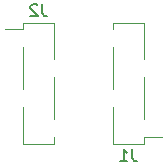
<source format=gbr>
G04 #@! TF.FileFunction,Legend,Bot*
%FSLAX46Y46*%
G04 Gerber Fmt 4.6, Leading zero omitted, Abs format (unit mm)*
G04 Created by KiCad (PCBNEW 4.0.7) date 12/11/17 08:47:06*
%MOMM*%
%LPD*%
G01*
G04 APERTURE LIST*
%ADD10C,0.100000*%
%ADD11C,0.120000*%
%ADD12C,0.150000*%
G04 APERTURE END LIST*
D10*
D11*
X133290000Y-118170000D02*
X135950000Y-118170000D01*
X133290000Y-107890000D02*
X135950000Y-107890000D01*
X135950000Y-116080000D02*
X135950000Y-112520000D01*
X135950000Y-111000000D02*
X135950000Y-107890000D01*
X133290000Y-118170000D02*
X133290000Y-115060000D01*
X135950000Y-117600000D02*
X137470000Y-117600000D01*
X135950000Y-118170000D02*
X135950000Y-117600000D01*
X133290000Y-108460000D02*
X133290000Y-107890000D01*
X133290000Y-113540000D02*
X133290000Y-109980000D01*
X128330000Y-107890000D02*
X125670000Y-107890000D01*
X128330000Y-118170000D02*
X125670000Y-118170000D01*
X125670000Y-109980000D02*
X125670000Y-113540000D01*
X125670000Y-115060000D02*
X125670000Y-118170000D01*
X128330000Y-107890000D02*
X128330000Y-111000000D01*
X125670000Y-108460000D02*
X124150000Y-108460000D01*
X125670000Y-107890000D02*
X125670000Y-108460000D01*
X128330000Y-117600000D02*
X128330000Y-118170000D01*
X128330000Y-112520000D02*
X128330000Y-116080000D01*
D12*
X134953333Y-118622381D02*
X134953333Y-119336667D01*
X135000953Y-119479524D01*
X135096191Y-119574762D01*
X135239048Y-119622381D01*
X135334286Y-119622381D01*
X133953333Y-119622381D02*
X134524762Y-119622381D01*
X134239048Y-119622381D02*
X134239048Y-118622381D01*
X134334286Y-118765238D01*
X134429524Y-118860476D01*
X134524762Y-118908095D01*
X127333333Y-106342381D02*
X127333333Y-107056667D01*
X127380953Y-107199524D01*
X127476191Y-107294762D01*
X127619048Y-107342381D01*
X127714286Y-107342381D01*
X126904762Y-106437619D02*
X126857143Y-106390000D01*
X126761905Y-106342381D01*
X126523809Y-106342381D01*
X126428571Y-106390000D01*
X126380952Y-106437619D01*
X126333333Y-106532857D01*
X126333333Y-106628095D01*
X126380952Y-106770952D01*
X126952381Y-107342381D01*
X126333333Y-107342381D01*
M02*

</source>
